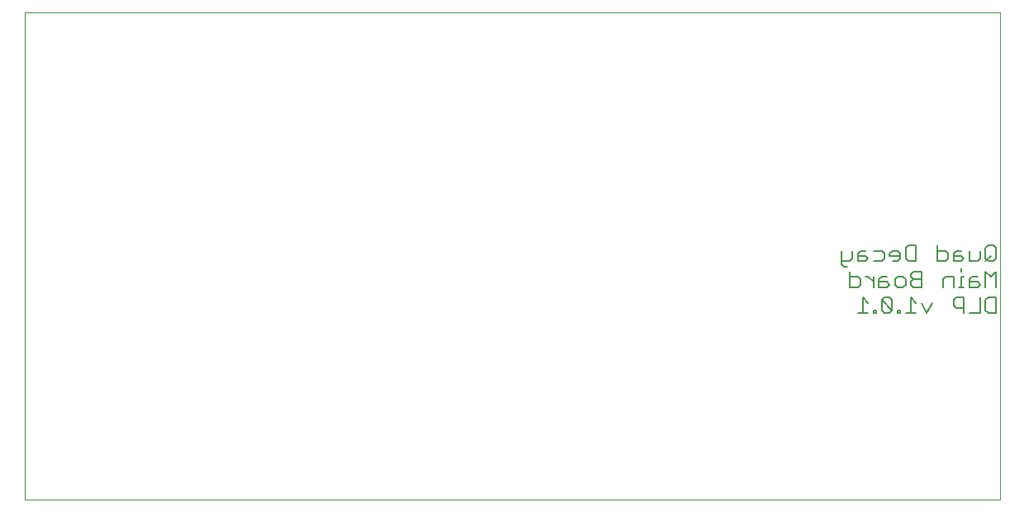
<source format=gbo>
G75*
%MOIN*%
%OFA0B0*%
%FSLAX25Y25*%
%IPPOS*%
%LPD*%
%AMOC8*
5,1,8,0,0,1.08239X$1,22.5*
%
%ADD10C,0.00000*%
%ADD11C,0.00600*%
D10*
X0001300Y0001250D02*
X0001300Y0198100D01*
X0395001Y0198100D01*
X0395001Y0001250D01*
X0001300Y0001250D01*
D11*
X0331220Y0096482D02*
X0332288Y0095415D01*
X0333355Y0095415D01*
X0334443Y0093455D02*
X0334443Y0087050D01*
X0337646Y0087050D01*
X0338713Y0088118D01*
X0338713Y0090253D01*
X0337646Y0091320D01*
X0334443Y0091320D01*
X0331220Y0096482D02*
X0331220Y0101820D01*
X0335491Y0101820D02*
X0335491Y0098618D01*
X0334423Y0097550D01*
X0331220Y0097550D01*
X0337666Y0097550D02*
X0340868Y0097550D01*
X0341936Y0098618D01*
X0340868Y0099685D01*
X0337666Y0099685D01*
X0337666Y0100753D02*
X0337666Y0097550D01*
X0337666Y0100753D02*
X0338733Y0101820D01*
X0340868Y0101820D01*
X0344111Y0101820D02*
X0347314Y0101820D01*
X0348382Y0100753D01*
X0348382Y0098618D01*
X0347314Y0097550D01*
X0344111Y0097550D01*
X0350557Y0099685D02*
X0354827Y0099685D01*
X0354827Y0098618D02*
X0354827Y0100753D01*
X0353759Y0101820D01*
X0351624Y0101820D01*
X0350557Y0100753D01*
X0350557Y0099685D01*
X0351624Y0097550D02*
X0353759Y0097550D01*
X0354827Y0098618D01*
X0357002Y0098618D02*
X0357002Y0102888D01*
X0358070Y0103955D01*
X0361273Y0103955D01*
X0361273Y0097550D01*
X0358070Y0097550D01*
X0357002Y0098618D01*
X0360218Y0093455D02*
X0359151Y0092388D01*
X0359151Y0091320D01*
X0360218Y0090253D01*
X0363421Y0090253D01*
X0363421Y0093455D02*
X0363421Y0087050D01*
X0360218Y0087050D01*
X0359151Y0088118D01*
X0359151Y0089185D01*
X0360218Y0090253D01*
X0356976Y0090253D02*
X0356976Y0088118D01*
X0355908Y0087050D01*
X0353773Y0087050D01*
X0352705Y0088118D01*
X0352705Y0090253D01*
X0353773Y0091320D01*
X0355908Y0091320D01*
X0356976Y0090253D01*
X0360218Y0093455D02*
X0363421Y0093455D01*
X0369893Y0097550D02*
X0373096Y0097550D01*
X0374164Y0098618D01*
X0374164Y0100753D01*
X0373096Y0101820D01*
X0369893Y0101820D01*
X0369893Y0103955D02*
X0369893Y0097550D01*
X0376339Y0097550D02*
X0376339Y0100753D01*
X0377406Y0101820D01*
X0379541Y0101820D01*
X0379541Y0099685D02*
X0376339Y0099685D01*
X0376339Y0097550D02*
X0379541Y0097550D01*
X0380609Y0098618D01*
X0379541Y0099685D01*
X0382784Y0097550D02*
X0382784Y0101820D01*
X0387055Y0101820D02*
X0387055Y0098618D01*
X0385987Y0097550D01*
X0382784Y0097550D01*
X0389230Y0097550D02*
X0391365Y0099685D01*
X0392432Y0097550D02*
X0393500Y0098618D01*
X0393500Y0102888D01*
X0392432Y0103955D01*
X0390297Y0103955D01*
X0389230Y0102888D01*
X0389230Y0098618D01*
X0390297Y0097550D01*
X0392432Y0097550D01*
X0393500Y0093455D02*
X0391365Y0091320D01*
X0389230Y0093455D01*
X0389230Y0087050D01*
X0387055Y0088118D02*
X0385987Y0089185D01*
X0382784Y0089185D01*
X0382784Y0090253D02*
X0382784Y0087050D01*
X0385987Y0087050D01*
X0387055Y0088118D01*
X0383852Y0091320D02*
X0382784Y0090253D01*
X0383852Y0091320D02*
X0385987Y0091320D01*
X0393500Y0093455D02*
X0393500Y0087050D01*
X0393500Y0082955D02*
X0390297Y0082955D01*
X0389230Y0081888D01*
X0389230Y0077618D01*
X0390297Y0076550D01*
X0393500Y0076550D01*
X0393500Y0082955D01*
X0387055Y0082955D02*
X0387055Y0076550D01*
X0382784Y0076550D01*
X0380609Y0076550D02*
X0380609Y0082955D01*
X0377406Y0082955D01*
X0376339Y0081888D01*
X0376339Y0079753D01*
X0377406Y0078685D01*
X0380609Y0078685D01*
X0367718Y0080820D02*
X0365583Y0076550D01*
X0363448Y0080820D01*
X0361273Y0080820D02*
X0359137Y0082955D01*
X0359137Y0076550D01*
X0357002Y0076550D02*
X0361273Y0076550D01*
X0354827Y0076550D02*
X0353759Y0076550D01*
X0353759Y0077618D01*
X0354827Y0077618D01*
X0354827Y0076550D01*
X0351604Y0077618D02*
X0347334Y0081888D01*
X0347334Y0077618D01*
X0348402Y0076550D01*
X0350537Y0076550D01*
X0351604Y0077618D01*
X0351604Y0081888D01*
X0350537Y0082955D01*
X0348402Y0082955D01*
X0347334Y0081888D01*
X0341936Y0080820D02*
X0339801Y0082955D01*
X0339801Y0076550D01*
X0341936Y0076550D02*
X0337666Y0076550D01*
X0344091Y0076550D02*
X0345159Y0076550D01*
X0345159Y0077618D01*
X0344091Y0077618D01*
X0344091Y0076550D01*
X0344085Y0087050D02*
X0344085Y0091320D01*
X0344085Y0089185D02*
X0341949Y0091320D01*
X0340882Y0091320D01*
X0346260Y0090253D02*
X0346260Y0087050D01*
X0349462Y0087050D01*
X0350530Y0088118D01*
X0349462Y0089185D01*
X0346260Y0089185D01*
X0346260Y0090253D02*
X0347327Y0091320D01*
X0349462Y0091320D01*
X0372042Y0090253D02*
X0372042Y0087050D01*
X0372042Y0090253D02*
X0373109Y0091320D01*
X0376312Y0091320D01*
X0376312Y0087050D01*
X0378474Y0087050D02*
X0380609Y0087050D01*
X0379541Y0087050D02*
X0379541Y0091320D01*
X0380609Y0091320D01*
X0379541Y0093455D02*
X0379541Y0094523D01*
M02*

</source>
